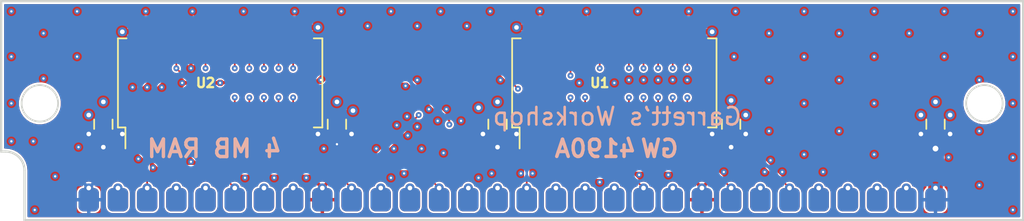
<source format=kicad_pcb>
(kicad_pcb (version 20171130) (host pcbnew "(5.1.5-0-10_14)")
  (layers (0 F.Cu signal) (1 In1.Cu power) (2 In2.Cu signal) (31 B.Cu power) (34 B.Paste user) (35 F.Paste user) (36 B.SilkS user) (37 F.SilkS user) (38 B.Mask user) (39 F.Mask user) (44 Edge.Cuts user))
  (net 0 "")
  (net 1 +5V)
  (net 2 /D0)
  (net 3 /D1)
  (net 4 /~WE~)
  (net 5 /~RAS~)
  (net 6 /~CAS~)
  (net 7 /D2)
  (net 8 /D3)
  (net 9 GND)
  (net 10 /D4)
  (net 11 /D5)
  (net 12 /D6)
  (net 13 /A11)
  (net 14 /D7)
  (net 15 /QP)
  (net 16 /~CASP~)
  (net 17 /DP)
  (net 18 /1A0)
  (net 19 /1A1)
  (net 20 /1A2)
  (net 21 /1A3)
  (net 22 /1A4)
  (net 23 /1A5)
  (net 24 /1A6)
  (net 25 /1A7)
  (net 26 /1A8)
  (net 27 /1A10)
  (net 28 /1A9)
  (module stdpads:SOP-24-26-300mil (layer F.Cu) (at 129.54 89.662 90)
    (fp_text reference U1 (at 0 -1.27 180) (layer F.SilkS) (effects (font (size 0.8128 0.8128) (thickness 0.2032))))
    (fp_text value AS4C4M4)
    (fp_line (start -3.875 -8.89) (end -3.875 -8.24) (layer F.SilkS) (width 0.1524))
    (fp_line (start 3.875 -8.89) (end 3.875 -8.145) (layer F.SilkS) (width 0.1524))
    (fp_line (start 3.875 8.89) (end 3.875 8.145) (layer F.SilkS) (width 0.1524))
    (fp_line (start -3.875 8.89) (end -3.875 8.145) (layer F.SilkS) (width 0.1524))
    (fp_line (start -3.875 -8.89) (end 3.875 -8.89) (layer F.SilkS) (width 0.1524))
    (fp_line (start -3.875 8.89) (end 3.875 8.89) (layer F.SilkS) (width 0.1524))
    (fp_line (start -3.875 -8.24) (end -5.7 -8.24) (layer F.SilkS) (width 0.1524))
    (pad 8 smd roundrect (at -3.7 1.27 90) (size 4 0.6) (layers F.Cu F.Mask) (net 27 /1A10))
    (pad 19 smd roundrect (at 3.7 1.27 90) (size 4 0.6) (layers F.Cu F.Mask) (net 26 /1A8))
    (pad 6 smd roundrect (at -3.7 -1.27 90) (size 4 0.6) (layers F.Cu F.Mask))
    (pad 21 smd roundrect (at 3.7 -1.27 90) (size 4 0.6) (layers F.Cu F.Mask) (net 28 /1A9))
    (pad 1 smd roundrect (at -3.7 -7.62 90) (size 4 0.6) (layers F.Cu F.Mask) (net 1 +5V))
    (pad 2 smd roundrect (at -3.7 -6.35 90) (size 4 0.6) (layers F.Cu F.Mask) (net 11 /D5))
    (pad 3 smd roundrect (at -3.7 -5.08 90) (size 4 0.6) (layers F.Cu F.Mask) (net 14 /D7))
    (pad 4 smd roundrect (at -3.7 -3.81 90) (size 4 0.6) (layers F.Cu F.Mask) (net 4 /~WE~))
    (pad 5 smd roundrect (at -3.7 -2.54 90) (size 4 0.6) (layers F.Cu F.Mask) (net 5 /~RAS~))
    (pad 9 smd roundrect (at -3.7 2.54 90) (size 4 0.6) (layers F.Cu F.Mask) (net 18 /1A0))
    (pad 10 smd roundrect (at -3.7 3.81 90) (size 4 0.6) (layers F.Cu F.Mask) (net 19 /1A1))
    (pad 11 smd roundrect (at -3.7 5.08 90) (size 4 0.6) (layers F.Cu F.Mask) (net 20 /1A2))
    (pad 12 smd roundrect (at -3.7 6.35 90) (size 4 0.6) (layers F.Cu F.Mask) (net 21 /1A3))
    (pad 13 smd roundrect (at -3.7 7.62 90) (size 4 0.6) (layers F.Cu F.Mask) (net 1 +5V))
    (pad 15 smd roundrect (at 3.7 6.35 90) (size 4 0.6) (layers F.Cu F.Mask) (net 22 /1A4))
    (pad 16 smd roundrect (at 3.7 5.08 90) (size 4 0.6) (layers F.Cu F.Mask) (net 23 /1A5))
    (pad 17 smd roundrect (at 3.7 3.81 90) (size 4 0.6) (layers F.Cu F.Mask) (net 24 /1A6))
    (pad 18 smd roundrect (at 3.7 2.54 90) (size 4 0.6) (layers F.Cu F.Mask) (net 25 /1A7))
    (pad 22 smd roundrect (at 3.7 -2.54 90) (size 4 0.6) (layers F.Cu F.Mask) (net 9 GND))
    (pad 23 smd roundrect (at 3.7 -3.81 90) (size 4 0.6) (layers F.Cu F.Mask) (net 6 /~CAS~))
    (pad 24 smd roundrect (at 3.7 -5.08 90) (size 4 0.6) (layers F.Cu F.Mask) (net 12 /D6))
    (pad 25 smd roundrect (at 3.7 -6.35 90) (size 4 0.6) (layers F.Cu F.Mask) (net 10 /D4))
    (pad 26 smd roundrect (at 3.7 -7.62 90) (size 4 0.6) (layers F.Cu F.Mask) (net 9 GND))
    (pad 14 smd roundrect (at 3.7 7.62 90) (size 4 0.6) (layers F.Cu F.Mask) (net 9 GND))
    (pad 1 smd roundrect (at -4.45 -7.62 90) (size 2.5 0.6) (layers F.Cu F.Paste F.Mask) (net 1 +5V))
    (pad 2 smd roundrect (at -4.45 -6.35 90) (size 2.5 0.6) (layers F.Cu F.Paste F.Mask) (net 11 /D5))
    (pad 3 smd roundrect (at -4.45 -5.08 90) (size 2.5 0.6) (layers F.Cu F.Paste F.Mask) (net 14 /D7))
    (pad 4 smd roundrect (at -4.45 -3.81 90) (size 2.5 0.6) (layers F.Cu F.Paste F.Mask) (net 4 /~WE~))
    (pad 5 smd roundrect (at -4.45 -2.54 90) (size 2.5 0.6) (layers F.Cu F.Paste F.Mask) (net 5 /~RAS~))
    (pad 6 smd roundrect (at -4.45 -1.27 90) (size 2.5 0.6) (layers F.Cu F.Paste F.Mask))
    (pad 8 smd roundrect (at -4.45 1.27 90) (size 2.5 0.6) (layers F.Cu F.Paste F.Mask) (net 27 /1A10))
    (pad 9 smd roundrect (at -4.45 2.54 90) (size 2.5 0.6) (layers F.Cu F.Paste F.Mask) (net 18 /1A0))
    (pad 10 smd roundrect (at -4.45 3.81 90) (size 2.5 0.6) (layers F.Cu F.Paste F.Mask) (net 19 /1A1))
    (pad 11 smd roundrect (at -4.45 5.08 90) (size 2.5 0.6) (layers F.Cu F.Paste F.Mask) (net 20 /1A2))
    (pad 12 smd roundrect (at -4.45 6.35 90) (size 2.5 0.6) (layers F.Cu F.Paste F.Mask) (net 21 /1A3))
    (pad 13 smd roundrect (at -4.45 7.62 90) (size 2.5 0.6) (layers F.Cu F.Paste F.Mask) (net 1 +5V))
    (pad 14 smd roundrect (at 4.45 7.62 90) (size 2.5 0.6) (layers F.Cu F.Paste F.Mask) (net 9 GND))
    (pad 15 smd roundrect (at 4.45 6.35 90) (size 2.5 0.6) (layers F.Cu F.Paste F.Mask) (net 22 /1A4))
    (pad 16 smd roundrect (at 4.45 5.08 90) (size 2.5 0.6) (layers F.Cu F.Paste F.Mask) (net 23 /1A5))
    (pad 17 smd roundrect (at 4.45 3.81 90) (size 2.5 0.6) (layers F.Cu F.Paste F.Mask) (net 24 /1A6))
    (pad 18 smd roundrect (at 4.45 2.54 90) (size 2.5 0.6) (layers F.Cu F.Paste F.Mask) (net 25 /1A7))
    (pad 19 smd roundrect (at 4.45 1.27 90) (size 2.5 0.6) (layers F.Cu F.Paste F.Mask) (net 26 /1A8))
    (pad 21 smd roundrect (at 4.45 -1.27 90) (size 2.5 0.6) (layers F.Cu F.Paste F.Mask) (net 28 /1A9))
    (pad 22 smd roundrect (at 4.45 -2.54 90) (size 2.5 0.6) (layers F.Cu F.Paste F.Mask) (net 9 GND))
    (pad 23 smd roundrect (at 4.45 -3.81 90) (size 2.5 0.6) (layers F.Cu F.Paste F.Mask) (net 6 /~CAS~))
    (pad 24 smd roundrect (at 4.45 -5.08 90) (size 2.5 0.6) (layers F.Cu F.Paste F.Mask) (net 12 /D6))
    (pad 25 smd roundrect (at 4.45 -6.35 90) (size 2.5 0.6) (layers F.Cu F.Paste F.Mask) (net 10 /D4))
    (pad 26 smd roundrect (at 4.45 -7.62 90) (size 2.5 0.6) (layers F.Cu F.Paste F.Mask) (net 9 GND))
  )
  (module stdpads:SOP-24-26-300mil (layer F.Cu) (at 95.25 89.662 90)
    (fp_text reference U2 (at 0 -1.27 180) (layer F.SilkS) (effects (font (size 0.8128 0.8128) (thickness 0.2032))))
    (fp_text value AS4C4M4)
    (fp_line (start -3.875 -8.89) (end -3.875 -8.24) (layer F.SilkS) (width 0.1524))
    (fp_line (start 3.875 -8.89) (end 3.875 -8.145) (layer F.SilkS) (width 0.1524))
    (fp_line (start 3.875 8.89) (end 3.875 8.145) (layer F.SilkS) (width 0.1524))
    (fp_line (start -3.875 8.89) (end -3.875 8.145) (layer F.SilkS) (width 0.1524))
    (fp_line (start -3.875 -8.89) (end 3.875 -8.89) (layer F.SilkS) (width 0.1524))
    (fp_line (start -3.875 8.89) (end 3.875 8.89) (layer F.SilkS) (width 0.1524))
    (fp_line (start -3.875 -8.24) (end -5.7 -8.24) (layer F.SilkS) (width 0.1524))
    (pad 8 smd roundrect (at -3.7 1.27 90) (size 4 0.6) (layers F.Cu F.Mask) (net 21 /1A3))
    (pad 19 smd roundrect (at 3.7 1.27 90) (size 4 0.6) (layers F.Cu F.Mask) (net 23 /1A5))
    (pad 6 smd roundrect (at -3.7 -1.27 90) (size 4 0.6) (layers F.Cu F.Mask))
    (pad 21 smd roundrect (at 3.7 -1.27 90) (size 4 0.6) (layers F.Cu F.Mask) (net 22 /1A4))
    (pad 1 smd roundrect (at -3.7 -7.62 90) (size 4 0.6) (layers F.Cu F.Mask) (net 1 +5V))
    (pad 2 smd roundrect (at -3.7 -6.35 90) (size 4 0.6) (layers F.Cu F.Mask) (net 3 /D1))
    (pad 3 smd roundrect (at -3.7 -5.08 90) (size 4 0.6) (layers F.Cu F.Mask) (net 8 /D3))
    (pad 4 smd roundrect (at -3.7 -3.81 90) (size 4 0.6) (layers F.Cu F.Mask) (net 4 /~WE~))
    (pad 5 smd roundrect (at -3.7 -2.54 90) (size 4 0.6) (layers F.Cu F.Mask) (net 5 /~RAS~))
    (pad 9 smd roundrect (at -3.7 2.54 90) (size 4 0.6) (layers F.Cu F.Mask) (net 20 /1A2))
    (pad 10 smd roundrect (at -3.7 3.81 90) (size 4 0.6) (layers F.Cu F.Mask) (net 19 /1A1))
    (pad 11 smd roundrect (at -3.7 5.08 90) (size 4 0.6) (layers F.Cu F.Mask) (net 18 /1A0))
    (pad 12 smd roundrect (at -3.7 6.35 90) (size 4 0.6) (layers F.Cu F.Mask) (net 27 /1A10))
    (pad 13 smd roundrect (at -3.7 7.62 90) (size 4 0.6) (layers F.Cu F.Mask) (net 1 +5V))
    (pad 15 smd roundrect (at 3.7 6.35 90) (size 4 0.6) (layers F.Cu F.Mask) (net 28 /1A9))
    (pad 16 smd roundrect (at 3.7 5.08 90) (size 4 0.6) (layers F.Cu F.Mask) (net 26 /1A8))
    (pad 17 smd roundrect (at 3.7 3.81 90) (size 4 0.6) (layers F.Cu F.Mask) (net 25 /1A7))
    (pad 18 smd roundrect (at 3.7 2.54 90) (size 4 0.6) (layers F.Cu F.Mask) (net 24 /1A6))
    (pad 22 smd roundrect (at 3.7 -2.54 90) (size 4 0.6) (layers F.Cu F.Mask) (net 9 GND))
    (pad 23 smd roundrect (at 3.7 -3.81 90) (size 4 0.6) (layers F.Cu F.Mask) (net 6 /~CAS~))
    (pad 24 smd roundrect (at 3.7 -5.08 90) (size 4 0.6) (layers F.Cu F.Mask) (net 7 /D2))
    (pad 25 smd roundrect (at 3.7 -6.35 90) (size 4 0.6) (layers F.Cu F.Mask) (net 2 /D0))
    (pad 26 smd roundrect (at 3.7 -7.62 90) (size 4 0.6) (layers F.Cu F.Mask) (net 9 GND))
    (pad 14 smd roundrect (at 3.7 7.62 90) (size 4 0.6) (layers F.Cu F.Mask) (net 9 GND))
    (pad 1 smd roundrect (at -4.45 -7.62 90) (size 2.5 0.6) (layers F.Cu F.Paste F.Mask) (net 1 +5V))
    (pad 2 smd roundrect (at -4.45 -6.35 90) (size 2.5 0.6) (layers F.Cu F.Paste F.Mask) (net 3 /D1))
    (pad 3 smd roundrect (at -4.45 -5.08 90) (size 2.5 0.6) (layers F.Cu F.Paste F.Mask) (net 8 /D3))
    (pad 4 smd roundrect (at -4.45 -3.81 90) (size 2.5 0.6) (layers F.Cu F.Paste F.Mask) (net 4 /~WE~))
    (pad 5 smd roundrect (at -4.45 -2.54 90) (size 2.5 0.6) (layers F.Cu F.Paste F.Mask) (net 5 /~RAS~))
    (pad 6 smd roundrect (at -4.45 -1.27 90) (size 2.5 0.6) (layers F.Cu F.Paste F.Mask))
    (pad 8 smd roundrect (at -4.45 1.27 90) (size 2.5 0.6) (layers F.Cu F.Paste F.Mask) (net 21 /1A3))
    (pad 9 smd roundrect (at -4.45 2.54 90) (size 2.5 0.6) (layers F.Cu F.Paste F.Mask) (net 20 /1A2))
    (pad 10 smd roundrect (at -4.45 3.81 90) (size 2.5 0.6) (layers F.Cu F.Paste F.Mask) (net 19 /1A1))
    (pad 11 smd roundrect (at -4.45 5.08 90) (size 2.5 0.6) (layers F.Cu F.Paste F.Mask) (net 18 /1A0))
    (pad 12 smd roundrect (at -4.45 6.35 90) (size 2.5 0.6) (layers F.Cu F.Paste F.Mask) (net 27 /1A10))
    (pad 13 smd roundrect (at -4.45 7.62 90) (size 2.5 0.6) (layers F.Cu F.Paste F.Mask) (net 1 +5V))
    (pad 14 smd roundrect (at 4.45 7.62 90) (size 2.5 0.6) (layers F.Cu F.Paste F.Mask) (net 9 GND))
    (pad 15 smd roundrect (at 4.45 6.35 90) (size 2.5 0.6) (layers F.Cu F.Paste F.Mask) (net 28 /1A9))
    (pad 16 smd roundrect (at 4.45 5.08 90) (size 2.5 0.6) (layers F.Cu F.Paste F.Mask) (net 26 /1A8))
    (pad 17 smd roundrect (at 4.45 3.81 90) (size 2.5 0.6) (layers F.Cu F.Paste F.Mask) (net 25 /1A7))
    (pad 18 smd roundrect (at 4.45 2.54 90) (size 2.5 0.6) (layers F.Cu F.Paste F.Mask) (net 24 /1A6))
    (pad 19 smd roundrect (at 4.45 1.27 90) (size 2.5 0.6) (layers F.Cu F.Paste F.Mask) (net 23 /1A5))
    (pad 21 smd roundrect (at 4.45 -1.27 90) (size 2.5 0.6) (layers F.Cu F.Paste F.Mask) (net 22 /1A4))
    (pad 22 smd roundrect (at 4.45 -2.54 90) (size 2.5 0.6) (layers F.Cu F.Paste F.Mask) (net 9 GND))
    (pad 23 smd roundrect (at 4.45 -3.81 90) (size 2.5 0.6) (layers F.Cu F.Paste F.Mask) (net 6 /~CAS~))
    (pad 24 smd roundrect (at 4.45 -5.08 90) (size 2.5 0.6) (layers F.Cu F.Paste F.Mask) (net 7 /D2))
    (pad 25 smd roundrect (at 4.45 -6.35 90) (size 2.5 0.6) (layers F.Cu F.Paste F.Mask) (net 2 /D0))
    (pad 26 smd roundrect (at 4.45 -7.62 90) (size 2.5 0.6) (layers F.Cu F.Paste F.Mask) (net 9 GND))
  )
  (module stdpads:C_0805 (layer F.Cu) (at 85.09 93.257 90)
    (fp_text reference C1 hide)
    (fp_text value 100n hide)
    (fp_line (start -0.4064 -0.8) (end 0.4064 -0.8) (layer F.SilkS) (width 0.1524))
    (fp_line (start -0.4064 0.8) (end 0.4064 0.8) (layer F.SilkS) (width 0.1524))
    (pad 1 smd roundrect (at -0.85 0 90) (size 1.05 1.4) (layers F.Cu F.Paste F.Mask) (net 1 +5V))
    (pad 2 smd roundrect (at 0.85 0 90) (size 1.05 1.4) (layers F.Cu F.Paste F.Mask) (net 9 GND))
  )
  (module stdpads:SIMM-30_Edge (layer F.Cu) (at 120.65 99.822)
    (fp_text reference J1 hide)
    (fp_text value Conn_01x30)
    (pad 30 thru_hole circle (at 36.83 -1.016) (size 0.8 0.8) (drill 0.4) (layers *.Cu *.Mask) (net 1 +5V))
    (pad 29 thru_hole circle (at 34.29 -1.016) (size 0.8 0.8) (drill 0.4) (layers *.Cu *.Mask) (net 17 /DP))
    (pad 19 thru_hole circle (at 8.89 -1.016) (size 0.8 0.8) (drill 0.4) (layers *.Cu *.Mask) (net 28 /1A9))
    (pad 25 thru_hole circle (at 24.13 -1.016) (size 0.8 0.8) (drill 0.4) (layers *.Cu *.Mask) (net 14 /D7))
    (pad 23 thru_hole circle (at 19.05 -1.016) (size 0.8 0.8) (drill 0.4) (layers *.Cu *.Mask) (net 12 /D6))
    (pad 24 thru_hole circle (at 21.59 -1.016) (size 0.8 0.8) (drill 0.4) (layers *.Cu *.Mask) (net 13 /A11))
    (pad 22 thru_hole circle (at 16.51 -1.016) (size 0.8 0.8) (drill 0.4) (layers *.Cu *.Mask) (net 9 GND))
    (pad 20 thru_hole circle (at 11.43 -1.016) (size 0.8 0.8) (drill 0.4) (layers *.Cu *.Mask) (net 11 /D5))
    (pad 21 thru_hole circle (at 13.97 -1.016) (size 0.8 0.8) (drill 0.4) (layers *.Cu *.Mask) (net 4 /~WE~))
    (pad 28 thru_hole circle (at 31.75 -1.016) (size 0.8 0.8) (drill 0.4) (layers *.Cu *.Mask) (net 16 /~CASP~))
    (pad 26 thru_hole circle (at 26.67 -1.016) (size 0.8 0.8) (drill 0.4) (layers *.Cu *.Mask) (net 15 /QP))
    (pad 27 thru_hole circle (at 29.21 -1.016) (size 0.8 0.8) (drill 0.4) (layers *.Cu *.Mask) (net 5 /~RAS~))
    (pad 18 thru_hole circle (at 6.35 -1.016) (size 0.8 0.8) (drill 0.4) (layers *.Cu *.Mask) (net 27 /1A10))
    (pad 16 thru_hole circle (at 1.27 -1.016) (size 0.8 0.8) (drill 0.4) (layers *.Cu *.Mask) (net 10 /D4))
    (pad 17 thru_hole circle (at 3.81 -1.016) (size 0.8 0.8) (drill 0.4) (layers *.Cu *.Mask) (net 26 /1A8))
    (pad 15 thru_hole circle (at -1.27 -1.016) (size 0.8 0.8) (drill 0.4) (layers *.Cu *.Mask) (net 18 /1A0))
    (pad 13 thru_hole circle (at -6.35 -1.016) (size 0.8 0.8) (drill 0.4) (layers *.Cu *.Mask) (net 8 /D3))
    (pad 14 thru_hole circle (at -3.81 -1.016) (size 0.8 0.8) (drill 0.4) (layers *.Cu *.Mask) (net 25 /1A7))
    (pad 12 thru_hole circle (at -8.89 -1.016) (size 0.8 0.8) (drill 0.4) (layers *.Cu *.Mask) (net 19 /1A1))
    (pad 10 thru_hole circle (at -13.97 -1.016) (size 0.8 0.8) (drill 0.4) (layers *.Cu *.Mask) (net 7 /D2))
    (pad 11 thru_hole circle (at -11.43 -1.016) (size 0.8 0.8) (drill 0.4) (layers *.Cu *.Mask) (net 24 /1A6))
    (pad 8 thru_hole circle (at -19.05 -1.016) (size 0.8 0.8) (drill 0.4) (layers *.Cu *.Mask) (net 20 /1A2))
    (pad 9 thru_hole circle (at -16.51 -1.016) (size 0.8 0.8) (drill 0.4) (layers *.Cu *.Mask) (net 9 GND))
    (pad 7 thru_hole circle (at -21.59 -1.016) (size 0.8 0.8) (drill 0.4) (layers *.Cu *.Mask) (net 23 /1A5))
    (pad 6 thru_hole circle (at -24.13 -1.016) (size 0.8 0.8) (drill 0.4) (layers *.Cu *.Mask) (net 3 /D1))
    (pad 4 thru_hole circle (at -29.21 -1.016) (size 0.8 0.8) (drill 0.4) (layers *.Cu *.Mask) (net 22 /1A4))
    (pad 5 thru_hole circle (at -26.67 -1.016) (size 0.8 0.8) (drill 0.4) (layers *.Cu *.Mask) (net 21 /1A3))
    (pad 1 thru_hole circle (at -36.83 -1.016) (size 0.8 0.8) (drill 0.4) (layers *.Cu *.Mask) (net 1 +5V))
    (pad 2 thru_hole circle (at -34.29 -1.016) (size 0.8 0.8) (drill 0.4) (layers *.Cu *.Mask) (net 6 /~CAS~))
    (pad 25 smd roundrect (at 24.13 0) (size 1.778 2.032) (layers F.Cu F.Mask) (net 14 /D7))
    (pad 15 smd roundrect (at -1.27 0) (size 1.778 2.032) (layers F.Cu F.Mask) (net 18 /1A0))
    (pad 30 smd roundrect (at 36.83 0) (size 1.778 2.032) (layers F.Cu F.Mask) (net 1 +5V))
    (pad 28 smd roundrect (at 31.75 0) (size 1.778 2.032) (layers F.Cu F.Mask) (net 16 /~CASP~))
    (pad 27 smd roundrect (at 29.21 0) (size 1.778 2.032) (layers F.Cu F.Mask) (net 5 /~RAS~))
    (pad 8 smd roundrect (at -19.05 0) (size 1.778 2.032) (layers F.Cu F.Mask) (net 20 /1A2))
    (pad 7 smd roundrect (at -21.59 0) (size 1.778 2.032) (layers F.Cu F.Mask) (net 23 /1A5))
    (pad 17 smd roundrect (at 3.81 0) (size 1.778 2.032) (layers F.Cu F.Mask) (net 26 /1A8))
    (pad 6 smd roundrect (at -24.13 0) (size 1.778 2.032) (layers F.Cu F.Mask) (net 3 /D1))
    (pad 22 smd roundrect (at 16.51 0) (size 1.778 2.032) (layers F.Cu F.Mask) (net 9 GND))
    (pad 10 smd roundrect (at -13.97 0) (size 1.778 2.032) (layers F.Cu F.Mask) (net 7 /D2))
    (pad 19 smd roundrect (at 8.89 0) (size 1.778 2.032) (layers F.Cu F.Mask) (net 28 /1A9))
    (pad 21 smd roundrect (at 13.97 0) (size 1.778 2.032) (layers F.Cu F.Mask) (net 4 /~WE~))
    (pad 18 smd roundrect (at 6.35 0) (size 1.778 2.032) (layers F.Cu F.Mask) (net 27 /1A10))
    (pad 9 smd roundrect (at -16.51 0) (size 1.778 2.032) (layers F.Cu F.Mask) (net 9 GND))
    (pad 23 smd roundrect (at 19.05 0) (size 1.778 2.032) (layers F.Cu F.Mask) (net 12 /D6))
    (pad 20 smd roundrect (at 11.43 0) (size 1.778 2.032) (layers F.Cu F.Mask) (net 11 /D5))
    (pad 16 smd roundrect (at 1.27 0) (size 1.778 2.032) (layers F.Cu F.Mask) (net 10 /D4))
    (pad 24 smd roundrect (at 21.59 0) (size 1.778 2.032) (layers F.Cu F.Mask) (net 13 /A11))
    (pad 3 smd roundrect (at -31.75 0) (size 1.778 2.032) (layers F.Cu F.Mask) (net 2 /D0))
    (pad 29 smd roundrect (at 34.29 0) (size 1.778 2.032) (layers F.Cu F.Mask) (net 17 /DP))
    (pad 4 smd roundrect (at -29.21 0) (size 1.778 2.032) (layers F.Cu F.Mask) (net 22 /1A4))
    (pad 14 smd roundrect (at -3.81 0) (size 1.778 2.032) (layers F.Cu F.Mask) (net 25 /1A7))
    (pad 13 smd roundrect (at -6.35 0) (size 1.778 2.032) (layers F.Cu F.Mask) (net 8 /D3))
    (pad 26 smd roundrect (at 26.67 0) (size 1.778 2.032) (layers F.Cu F.Mask) (net 15 /QP))
    (pad 12 smd roundrect (at -8.89 0) (size 1.778 2.032) (layers F.Cu F.Mask) (net 19 /1A1))
    (pad 5 smd roundrect (at -26.67 0) (size 1.778 2.032) (layers F.Cu F.Mask) (net 21 /1A3))
    (pad 11 smd roundrect (at -11.43 0) (size 1.778 2.032) (layers F.Cu F.Mask) (net 24 /1A6))
    (pad 3 thru_hole circle (at -31.75 -1.016) (size 0.8 0.8) (drill 0.4) (layers *.Cu *.Mask) (net 2 /D0))
    (pad 2 smd roundrect (at -34.29 0) (size 1.778 2.032) (layers F.Cu F.Mask) (net 6 /~CAS~))
    (pad 30 smd roundrect (at 36.83 0) (size 1.778 2.032) (layers B.Cu B.Mask) (net 1 +5V))
    (pad 29 smd roundrect (at 34.29 0) (size 1.778 2.032) (layers B.Cu B.Mask) (net 17 /DP))
    (pad 28 smd roundrect (at 31.75 0) (size 1.778 2.032) (layers B.Cu B.Mask) (net 16 /~CASP~))
    (pad 27 smd roundrect (at 29.21 0) (size 1.778 2.032) (layers B.Cu B.Mask) (net 5 /~RAS~))
    (pad 26 smd roundrect (at 26.67 0) (size 1.778 2.032) (layers B.Cu B.Mask) (net 15 /QP))
    (pad 25 smd roundrect (at 24.13 0) (size 1.778 2.032) (layers B.Cu B.Mask) (net 14 /D7))
    (pad 24 smd roundrect (at 21.59 0) (size 1.778 2.032) (layers B.Cu B.Mask) (net 13 /A11))
    (pad 23 smd roundrect (at 19.05 0) (size 1.778 2.032) (layers B.Cu B.Mask) (net 12 /D6))
    (pad 22 smd roundrect (at 16.51 0) (size 1.778 2.032) (layers B.Cu B.Mask) (net 9 GND))
    (pad 21 smd roundrect (at 13.97 0) (size 1.778 2.032) (layers B.Cu B.Mask) (net 4 /~WE~))
    (pad 20 smd roundrect (at 11.43 0) (size 1.778 2.032) (layers B.Cu B.Mask) (net 11 /D5))
    (pad 19 smd roundrect (at 8.89 0) (size 1.778 2.032) (layers B.Cu B.Mask) (net 28 /1A9))
    (pad 18 smd roundrect (at 6.35 0) (size 1.778 2.032) (layers B.Cu B.Mask) (net 27 /1A10))
    (pad 17 smd roundrect (at 3.81 0) (size 1.778 2.032) (layers B.Cu B.Mask) (net 26 /1A8))
    (pad 16 smd roundrect (at 1.27 0) (size 1.778 2.032) (layers B.Cu B.Mask) (net 10 /D4))
    (pad 15 smd roundrect (at -1.27 0) (size 1.778 2.032) (layers B.Cu B.Mask) (net 18 /1A0))
    (pad 14 smd roundrect (at -3.81 0) (size 1.778 2.032) (layers B.Cu B.Mask) (net 25 /1A7))
    (pad 13 smd roundrect (at -6.35 0) (size 1.778 2.032) (layers B.Cu B.Mask) (net 8 /D3))
    (pad 12 smd roundrect (at -8.89 0) (size 1.778 2.032) (layers B.Cu B.Mask) (net 19 /1A1))
    (pad 11 smd roundrect (at -11.43 0) (size 1.778 2.032) (layers B.Cu B.Mask) (net 24 /1A6))
    (pad 10 smd roundrect (at -13.97 0) (size 1.778 2.032) (layers B.Cu B.Mask) (net 7 /D2))
    (pad 9 smd roundrect (at -16.51 0) (size 1.778 2.032) (layers B.Cu B.Mask) (net 9 GND))
    (pad 8 smd roundrect (at -19.05 0) (size 1.778 2.032) (layers B.Cu B.Mask) (net 20 /1A2))
    (pad 7 smd roundrect (at -21.59 0) (size 1.778 2.032) (layers B.Cu B.Mask) (net 23 /1A5))
    (pad 6 smd roundrect (at -24.13 0) (size 1.778 2.032) (layers B.Cu B.Mask) (net 3 /D1))
    (pad 5 smd roundrect (at -26.67 0) (size 1.778 2.032) (layers B.Cu B.Mask) (net 21 /1A3))
    (pad 4 smd roundrect (at -29.21 0) (size 1.778 2.032) (layers B.Cu B.Mask) (net 22 /1A4))
    (pad 3 smd roundrect (at -31.75 0) (size 1.778 2.032) (layers B.Cu B.Mask) (net 2 /D0))
    (pad 2 smd roundrect (at -34.29 0) (size 1.778 2.032) (layers B.Cu B.Mask) (net 6 /~CAS~))
    (pad 1 smd roundrect (at -36.83 0) (size 1.778 2.032) (layers F.Cu F.Mask) (net 1 +5V))
    (pad 1 smd roundrect (at -36.83 0) (size 1.778 2.032) (layers B.Cu B.Mask) (net 1 +5V))
  )
  (module stdpads:C_0805 (layer F.Cu) (at 105.41 93.257 90)
    (fp_text reference C2 hide)
    (fp_text value 100n hide)
    (fp_line (start -0.4064 0.8) (end 0.4064 0.8) (layer F.SilkS) (width 0.1524))
    (fp_line (start -0.4064 -0.8) (end 0.4064 -0.8) (layer F.SilkS) (width 0.1524))
    (pad 2 smd roundrect (at 0.85 0 90) (size 1.05 1.4) (layers F.Cu F.Paste F.Mask) (net 9 GND))
    (pad 1 smd roundrect (at -0.85 0 90) (size 1.05 1.4) (layers F.Cu F.Paste F.Mask) (net 1 +5V))
  )
  (module stdpads:C_0805 (layer F.Cu) (at 119.38 93.257 90)
    (fp_text reference C3 hide)
    (fp_text value 100n hide)
    (fp_line (start -0.4064 -0.8) (end 0.4064 -0.8) (layer F.SilkS) (width 0.1524))
    (fp_line (start -0.4064 0.8) (end 0.4064 0.8) (layer F.SilkS) (width 0.1524))
    (pad 1 smd roundrect (at -0.85 0 90) (size 1.05 1.4) (layers F.Cu F.Paste F.Mask) (net 1 +5V))
    (pad 2 smd roundrect (at 0.85 0 90) (size 1.05 1.4) (layers F.Cu F.Paste F.Mask) (net 9 GND))
  )
  (module stdpads:C_0805 (layer F.Cu) (at 157.48 93.257 90)
    (fp_text reference C5 hide)
    (fp_text value 100n hide)
    (fp_line (start -0.4064 -0.8) (end 0.4064 -0.8) (layer F.SilkS) (width 0.1524))
    (fp_line (start -0.4064 0.8) (end 0.4064 0.8) (layer F.SilkS) (width 0.1524))
    (pad 1 smd roundrect (at -0.85 0 90) (size 1.05 1.4) (layers F.Cu F.Paste F.Mask) (net 1 +5V))
    (pad 2 smd roundrect (at 0.85 0 90) (size 1.05 1.4) (layers F.Cu F.Paste F.Mask) (net 9 GND))
  )
  (module stdpads:C_0805 (layer F.Cu) (at 139.7 93.257 90)
    (fp_text reference C4 hide)
    (fp_text value 100n hide)
    (fp_line (start -0.4064 -0.8) (end 0.4064 -0.8) (layer F.SilkS) (width 0.1524))
    (fp_line (start -0.4064 0.8) (end 0.4064 0.8) (layer F.SilkS) (width 0.1524))
    (pad 1 smd roundrect (at -0.85 0 90) (size 1.05 1.4) (layers F.Cu F.Paste F.Mask) (net 1 +5V))
    (pad 2 smd roundrect (at 0.85 0 90) (size 1.05 1.4) (layers F.Cu F.Paste F.Mask) (net 9 GND))
  )
  (gr_text 4190A (at 127.889 95.377) (layer B.SilkS) (effects (font (size 1.5 1.5) (thickness 0.3)) (justify mirror)))
  (gr_text GW (at 133.477 95.377) (layer B.SilkS) (effects (font (size 1.5 1.5) (thickness 0.3)) (justify mirror)))
  (gr_text "Garrett’s Workshop" (at 129.794 92.583) (layer B.SilkS) (effects (font (size 1.524 1.524) (thickness 0.225)) (justify mirror)))
  (gr_text "4 MB RAM" (at 94.742 95.377) (layer B.SilkS) (effects (font (size 1.524 1.524) (thickness 0.3)) (justify mirror)))
  (gr_line (start 76.581 95.631) (end 76.2 95.631) (layer Edge.Cuts) (width 0.2))
  (gr_line (start 78.232 101.6) (end 78.232 97.282) (layer Edge.Cuts) (width 0.2))
  (gr_circle (center 79.5655 91.44) (end 77.978 91.44) (layer Edge.Cuts) (width 0.15))
  (gr_circle (center 161.7345 91.44) (end 163.322 91.44) (layer Edge.Cuts) (width 0.15))
  (gr_line (start 76.2 95.631) (end 76.2 82.55) (layer Edge.Cuts) (width 0.2))
  (gr_arc (start 76.581 97.282) (end 78.232 97.282) (angle -90) (layer Edge.Cuts) (width 0.2))
  (gr_line (start 165.1 82.55) (end 165.1 101.6) (layer Edge.Cuts) (width 0.2))
  (gr_line (start 76.2 82.55) (end 165.1 82.55) (layer Edge.Cuts) (width 0.2))
  (gr_line (start 165.1 101.6) (end 78.232 101.6) (layer Edge.Cuts) (width 0.2))
  (via (at 86.741 94.107) (size 0.8) (drill 0.4) (layers F.Cu B.Cu) (net 1))
  (segment (start 87.625 94.107) (end 87.63 94.112) (width 0.508) (layer F.Cu) (net 1))
  (segment (start 86.741 94.107) (end 87.625 94.107) (width 0.508) (layer F.Cu) (net 1))
  (via (at 121.031 94.107) (size 0.8) (drill 0.4) (layers F.Cu B.Cu) (net 1))
  (via (at 138.049 94.107) (size 0.8) (drill 0.4) (layers F.Cu B.Cu) (net 1))
  (segment (start 102.875 94.107) (end 102.87 94.112) (width 0.508) (layer F.Cu) (net 1))
  (segment (start 121.915 94.107) (end 121.92 94.112) (width 0.508) (layer F.Cu) (net 1))
  (segment (start 121.031 94.107) (end 121.915 94.107) (width 0.508) (layer F.Cu) (net 1))
  (segment (start 137.165 94.107) (end 137.16 94.112) (width 0.508) (layer F.Cu) (net 1))
  (segment (start 138.049 94.107) (end 137.165 94.107) (width 0.508) (layer F.Cu) (net 1))
  (segment (start 85.09 94.107) (end 86.741 94.107) (width 0.762) (layer F.Cu) (net 1))
  (via (at 83.82 94.107) (size 0.8) (drill 0.4) (layers F.Cu B.Cu) (net 1))
  (segment (start 85.09 94.107) (end 83.82 94.107) (width 0.762) (layer F.Cu) (net 1))
  (via (at 85.09 95.25) (size 0.8) (drill 0.4) (layers F.Cu B.Cu) (net 1))
  (segment (start 85.09 94.107) (end 85.09 95.25) (width 0.762) (layer F.Cu) (net 1))
  (segment (start 103.759 94.107) (end 102.875 94.107) (width 0.508) (layer F.Cu) (net 1))
  (via (at 103.759 94.107) (size 0.8) (drill 0.4) (layers F.Cu B.Cu) (net 1))
  (via (at 106.68 94.107) (size 0.8) (drill 0.4) (layers F.Cu B.Cu) (net 1))
  (segment (start 105.41 94.107) (end 106.68 94.107) (width 0.762) (layer F.Cu) (net 1))
  (segment (start 105.41 94.107) (end 103.759 94.107) (width 0.762) (layer F.Cu) (net 1))
  (via (at 118.11 94.107) (size 0.8) (drill 0.4) (layers F.Cu B.Cu) (net 1))
  (segment (start 119.38 94.107) (end 118.11 94.107) (width 0.762) (layer F.Cu) (net 1))
  (segment (start 119.38 94.107) (end 121.031 94.107) (width 0.762) (layer F.Cu) (net 1))
  (via (at 119.38 95.25) (size 0.8) (drill 0.4) (layers F.Cu B.Cu) (net 1))
  (segment (start 119.38 94.107) (end 119.38 95.25) (width 0.762) (layer F.Cu) (net 1))
  (via (at 105.41 94.996) (size 0.508) (drill 0.2) (layers F.Cu B.Cu) (net 1))
  (segment (start 105.41 94.107) (end 105.41 94.996) (width 0.508) (layer F.Cu) (net 1))
  (segment (start 139.7 94.107) (end 138.049 94.107) (width 0.762) (layer F.Cu) (net 1))
  (via (at 139.7 95.25) (size 0.8) (drill 0.4) (layers F.Cu B.Cu) (net 1))
  (segment (start 139.7 94.107) (end 139.7 95.25) (width 0.762) (layer F.Cu) (net 1))
  (via (at 140.97 94.107) (size 0.8) (drill 0.4) (layers F.Cu B.Cu) (net 1))
  (segment (start 139.7 94.107) (end 140.97 94.107) (width 0.762) (layer F.Cu) (net 1))
  (segment (start 157.48 98.806) (end 157.48 95.377) (width 1.27) (layer F.Cu) (net 1))
  (segment (start 157.48 95.377) (end 157.48 94.107) (width 0.762) (layer F.Cu) (net 1))
  (via (at 156.21 94.107) (size 0.8) (drill 0.4) (layers F.Cu B.Cu) (net 1))
  (segment (start 157.48 94.107) (end 156.21 94.107) (width 0.8) (layer F.Cu) (net 1))
  (via (at 158.75 94.107) (size 0.8) (drill 0.4) (layers F.Cu B.Cu) (net 1))
  (segment (start 157.48 94.107) (end 158.75 94.107) (width 0.8) (layer F.Cu) (net 1))
  (via (at 157.48 95.377) (size 1) (drill 0.5) (layers F.Cu B.Cu) (net 1))
  (segment (start 88.9 89.281) (end 88.9 85.962) (width 0.1524) (layer F.Cu) (net 2))
  (segment (start 88.265 89.916) (end 88.9 89.281) (width 0.1524) (layer F.Cu) (net 2))
  (segment (start 88.9 98.806) (end 88.9 96.266) (width 0.1524) (layer F.Cu) (net 2))
  (segment (start 88.265 95.631) (end 88.265 89.916) (width 0.1524) (layer F.Cu) (net 2))
  (segment (start 88.9 96.266) (end 88.265 95.631) (width 0.1524) (layer F.Cu) (net 2))
  (segment (start 88.9 95.758) (end 88.9 94.112) (width 0.1524) (layer F.Cu) (net 3))
  (segment (start 95.504 97.79) (end 90.932 97.79) (width 0.1524) (layer F.Cu) (net 3))
  (segment (start 96.52 98.806) (end 95.504 97.79) (width 0.1524) (layer F.Cu) (net 3))
  (segment (start 90.932 97.79) (end 88.9 95.758) (width 0.1524) (layer F.Cu) (net 3))
  (segment (start 125.73 94.112) (end 125.73 90.932) (width 0.1524) (layer F.Cu) (net 4))
  (via (at 125.73 90.932) (size 0.508) (drill 0.2) (layers F.Cu B.Cu) (net 4))
  (via (at 115.189 93.2815) (size 0.508) (drill 0.2) (layers F.Cu B.Cu) (net 4))
  (segment (start 91.44 90.932) (end 91.44 94.112) (width 0.1524) (layer F.Cu) (net 4))
  (segment (start 92.329 90.043) (end 91.44 90.932) (width 0.1524) (layer F.Cu) (net 4))
  (segment (start 94.869 90.043) (end 92.329 90.043) (width 0.1524) (layer F.Cu) (net 4))
  (segment (start 95.504 90.17) (end 94.996 90.17) (width 0.1524) (layer F.Cu) (net 4))
  (segment (start 111.633 89.408) (end 104.775 89.408) (width 0.1524) (layer F.Cu) (net 4))
  (segment (start 104.2035 89.9795) (end 95.6945 89.9795) (width 0.1524) (layer F.Cu) (net 4))
  (segment (start 94.996 90.17) (end 94.869 90.043) (width 0.1524) (layer F.Cu) (net 4))
  (segment (start 95.6945 89.9795) (end 95.504 90.17) (width 0.1524) (layer F.Cu) (net 4))
  (segment (start 115.189 92.964) (end 111.633 89.408) (width 0.1524) (layer F.Cu) (net 4))
  (segment (start 115.189 93.2815) (end 115.189 92.964) (width 0.1524) (layer F.Cu) (net 4))
  (segment (start 104.775 89.408) (end 104.2035 89.9795) (width 0.1524) (layer F.Cu) (net 4))
  (via (at 127 90.932) (size 0.508) (drill 0.2) (layers F.Cu B.Cu) (net 5))
  (segment (start 127 94.112) (end 127 90.932) (width 0.1524) (layer F.Cu) (net 5))
  (via (at 112.522 92.456) (size 0.508) (drill 0.2) (layers F.Cu B.Cu) (net 5))
  (segment (start 92.71 95.758) (end 92.71 93.362) (width 0.1524) (layer F.Cu) (net 5))
  (segment (start 93.345 96.393) (end 92.71 95.758) (width 0.1524) (layer F.Cu) (net 5))
  (segment (start 108.585 96.393) (end 93.345 96.393) (width 0.1524) (layer F.Cu) (net 5))
  (segment (start 112.522 92.456) (end 108.585 96.393) (width 0.1524) (layer F.Cu) (net 5))
  (via (at 91.44 88.392) (size 0.508) (drill 0.2) (layers F.Cu B.Cu) (net 6))
  (segment (start 91.44 85.212) (end 91.44 88.392) (width 0.1524) (layer F.Cu) (net 6))
  (via (at 121.158 90.17) (size 0.508) (drill 0.2) (layers F.Cu B.Cu) (net 6))
  (segment (start 125.73 89.027) (end 125.73 85.212) (width 0.1524) (layer F.Cu) (net 6))
  (via (at 125.73 89.027) (size 0.508) (drill 0.2) (layers F.Cu B.Cu) (net 6))
  (segment (start 92.329 89.281) (end 91.44 88.392) (width 0.1524) (layer F.Cu) (net 6))
  (segment (start 94.869 89.281) (end 92.329 89.281) (width 0.1524) (layer F.Cu) (net 6))
  (segment (start 94.996 89.154) (end 94.869 89.281) (width 0.1524) (layer F.Cu) (net 6))
  (segment (start 95.504 89.154) (end 94.996 89.154) (width 0.1524) (layer F.Cu) (net 6))
  (segment (start 95.631 89.281) (end 95.504 89.154) (width 0.1524) (layer F.Cu) (net 6))
  (segment (start 103.378 89.281) (end 95.631 89.281) (width 0.1524) (layer F.Cu) (net 6))
  (segment (start 104.013 88.646) (end 103.378 89.281) (width 0.1524) (layer F.Cu) (net 6))
  (segment (start 119.634 88.646) (end 104.013 88.646) (width 0.1524) (layer F.Cu) (net 6))
  (segment (start 121.158 90.17) (end 119.634 88.646) (width 0.1524) (layer F.Cu) (net 6))
  (segment (start 105.283 97.409) (end 106.68 98.806) (width 0.1524) (layer F.Cu) (net 7))
  (segment (start 89.535 89.916) (end 89.535 95.758) (width 0.1524) (layer F.Cu) (net 7))
  (segment (start 91.186 97.409) (end 105.283 97.409) (width 0.1524) (layer F.Cu) (net 7))
  (segment (start 89.535 95.758) (end 91.186 97.409) (width 0.1524) (layer F.Cu) (net 7))
  (segment (start 90.17 89.281) (end 89.535 89.916) (width 0.1524) (layer F.Cu) (net 7))
  (segment (start 90.17 85.212) (end 90.17 89.281) (width 0.1524) (layer F.Cu) (net 7))
  (segment (start 112.522 97.028) (end 114.3 98.806) (width 0.1524) (layer F.Cu) (net 8))
  (segment (start 91.44 97.028) (end 112.522 97.028) (width 0.1524) (layer F.Cu) (net 8))
  (segment (start 90.17 94.112) (end 90.17 95.758) (width 0.1524) (layer F.Cu) (net 8))
  (segment (start 90.17 95.758) (end 91.44 97.028) (width 0.1524) (layer F.Cu) (net 8))
  (via (at 121.031 84.836) (size 0.8) (drill 0.4) (layers F.Cu B.Cu) (net 9))
  (via (at 138.049 85.217) (size 0.8) (drill 0.4) (layers F.Cu B.Cu) (net 9))
  (segment (start 138.044 85.212) (end 138.049 85.217) (width 0.508) (layer F.Cu) (net 9))
  (segment (start 137.16 85.212) (end 138.044 85.212) (width 0.508) (layer F.Cu) (net 9))
  (via (at 103.759 84.836) (size 0.8) (drill 0.4) (layers F.Cu B.Cu) (net 9))
  (via (at 86.741 85.217) (size 0.8) (drill 0.4) (layers F.Cu B.Cu) (net 9))
  (segment (start 86.746 85.212) (end 86.741 85.217) (width 0.508) (layer F.Cu) (net 9))
  (segment (start 87.63 85.212) (end 86.746 85.212) (width 0.508) (layer F.Cu) (net 9))
  (via (at 134.62 89.408) (size 0.508) (drill 0.2) (layers F.Cu B.Cu) (net 9))
  (via (at 133.35 89.408) (size 0.508) (drill 0.2) (layers F.Cu B.Cu) (net 9))
  (via (at 132.08 89.408) (size 0.508) (drill 0.2) (layers F.Cu B.Cu) (net 9))
  (via (at 135.89 89.408) (size 0.508) (drill 0.2) (layers F.Cu B.Cu) (net 9))
  (via (at 130.81 89.408) (size 0.508) (drill 0.2) (layers F.Cu B.Cu) (net 9))
  (via (at 108.839 95.377) (size 0.508) (drill 0.2) (layers F.Cu B.Cu) (net 9))
  (via (at 104.267 95.377) (size 0.508) (drill 0.2) (layers F.Cu B.Cu) (net 9))
  (via (at 129.54 89.662) (size 0.508) (drill 0.2) (layers F.Cu B.Cu) (net 9))
  (via (at 95.25 89.662) (size 0.508) (drill 0.2) (layers F.Cu B.Cu) (net 9))
  (via (at 112.395 89.408) (size 0.508) (drill 0.2) (layers F.Cu B.Cu) (net 9))
  (via (at 119.634 89.408) (size 0.508) (drill 0.2) (layers F.Cu B.Cu) (net 9))
  (segment (start 103.759 84.836) (end 102.997 84.836) (width 0.508) (layer F.Cu) (net 9))
  (segment (start 102.87 84.963) (end 102.87 85.962) (width 0.508) (layer F.Cu) (net 9))
  (segment (start 102.997 84.836) (end 102.87 84.963) (width 0.508) (layer F.Cu) (net 9))
  (segment (start 121.031 84.836) (end 121.84859 84.836) (width 0.508) (layer F.Cu) (net 9))
  (segment (start 121.92 84.90741) (end 121.92 85.962) (width 0.508) (layer F.Cu) (net 9))
  (segment (start 121.84859 84.836) (end 121.92 84.90741) (width 0.508) (layer F.Cu) (net 9))
  (via (at 92.71 96.52) (size 0.508) (drill 0.2) (layers F.Cu B.Cu) (net 9))
  (via (at 111.252 97.536) (size 0.508) (drill 0.2) (layers F.Cu B.Cu) (net 9))
  (via (at 117.729 97.917) (size 0.508) (drill 0.2) (layers F.Cu B.Cu) (net 9))
  (via (at 118.872 97.536) (size 0.508) (drill 0.2) (layers F.Cu B.Cu) (net 9))
  (via (at 139.065 97.409) (size 0.508) (drill 0.2) (layers F.Cu B.Cu) (net 9))
  (via (at 134.239 97.663) (size 0.508) (drill 0.2) (layers F.Cu B.Cu) (net 9))
  (via (at 89.408 97.028) (size 0.508) (drill 0.2) (layers F.Cu B.Cu) (net 9))
  (via (at 88.138 96.266) (size 0.508) (drill 0.2) (layers F.Cu B.Cu) (net 9))
  (via (at 142.621 97.409) (size 0.508) (drill 0.2) (layers F.Cu B.Cu) (net 9))
  (via (at 114.681 95.758) (size 0.508) (drill 0.2) (layers F.Cu B.Cu) (net 9))
  (via (at 144.145 97.409) (size 0.508) (drill 0.2) (layers F.Cu B.Cu) (net 9))
  (via (at 143.129 96.393) (size 0.508) (drill 0.2) (layers F.Cu B.Cu) (net 9))
  (via (at 112.395 84.709) (size 0.508) (drill 0.2) (layers F.Cu B.Cu) (net 9))
  (via (at 111.379 89.916) (size 0.508) (drill 0.2) (layers F.Cu B.Cu) (net 9))
  (via (at 108.077 84.709) (size 0.508) (drill 0.2) (layers F.Cu B.Cu) (net 9))
  (via (at 116.713 84.709) (size 0.508) (drill 0.2) (layers F.Cu B.Cu) (net 9))
  (via (at 88.9 90.043) (size 0.508) (drill 0.2) (layers F.Cu B.Cu) (net 9))
  (via (at 87.63 90.043) (size 0.508) (drill 0.2) (layers F.Cu B.Cu) (net 9))
  (via (at 90.17 90.043) (size 0.508) (drill 0.2) (layers F.Cu B.Cu) (net 9))
  (via (at 91.948 89.662) (size 0.508) (drill 0.2) (layers F.Cu B.Cu) (net 9))
  (via (at 126.492 89.662) (size 0.508) (drill 0.2) (layers F.Cu B.Cu) (net 9))
  (via (at 92.71 88.392) (size 0.508) (drill 0.2) (layers F.Cu B.Cu) (net 9))
  (segment (start 92.71 85.962) (end 92.71 88.392) (width 0.1524) (layer F.Cu) (net 9))
  (via (at 121.412 97.536) (size 0.508) (drill 0.2) (layers F.Cu B.Cu) (net 9))
  (via (at 122.428 97.536) (size 0.508) (drill 0.2) (layers F.Cu B.Cu) (net 9))
  (via (at 97.282 83.439) (size 0.508) (drill 0.2) (layers F.Cu B.Cu) (net 9))
  (via (at 131.572 83.439) (size 0.508) (drill 0.2) (layers F.Cu B.Cu) (net 9))
  (via (at 77.089 83.439) (size 0.508) (drill 0.2) (layers F.Cu B.Cu) (net 9))
  (via (at 164.211 83.439) (size 0.508) (drill 0.2) (layers F.Cu B.Cu) (net 9))
  (via (at 164.211 100.711) (size 0.508) (drill 0.2) (layers F.Cu B.Cu) (net 9))
  (via (at 79.121 100.711) (size 0.508) (drill 0.2) (layers F.Cu B.Cu) (net 9))
  (via (at 77.089 94.742) (size 0.508) (drill 0.2) (layers F.Cu B.Cu) (net 9))
  (via (at 164.211 91.44) (size 0.508) (drill 0.2) (layers F.Cu B.Cu) (net 9))
  (via (at 77.089 91.44) (size 0.508) (drill 0.2) (layers F.Cu B.Cu) (net 9))
  (via (at 77.089 87.376) (size 0.508) (drill 0.2) (layers F.Cu B.Cu) (net 9))
  (via (at 164.211 87.376) (size 0.508) (drill 0.2) (layers F.Cu B.Cu) (net 9))
  (via (at 140.081 83.439) (size 0.508) (drill 0.2) (layers F.Cu B.Cu) (net 9))
  (via (at 88.773 83.439) (size 0.508) (drill 0.2) (layers F.Cu B.Cu) (net 9))
  (via (at 105.791 83.439) (size 0.508) (drill 0.2) (layers F.Cu B.Cu) (net 9))
  (via (at 123.063 83.439) (size 0.508) (drill 0.2) (layers F.Cu B.Cu) (net 9))
  (via (at 114.427 83.439) (size 0.508) (drill 0.2) (layers F.Cu B.Cu) (net 9))
  (via (at 118.745 83.439) (size 0.508) (drill 0.2) (layers F.Cu B.Cu) (net 9))
  (via (at 110.109 83.439) (size 0.508) (drill 0.2) (layers F.Cu B.Cu) (net 9))
  (via (at 127.127 83.439) (size 0.508) (drill 0.2) (layers F.Cu B.Cu) (net 9))
  (via (at 136.017 83.439) (size 0.508) (drill 0.2) (layers F.Cu B.Cu) (net 9))
  (via (at 101.727 83.439) (size 0.508) (drill 0.2) (layers F.Cu B.Cu) (net 9))
  (via (at 92.837 83.439) (size 0.508) (drill 0.2) (layers F.Cu B.Cu) (net 9))
  (via (at 82.804 83.439) (size 0.508) (drill 0.2) (layers F.Cu B.Cu) (net 9))
  (via (at 152.146 83.439) (size 0.508) (drill 0.2) (layers F.Cu B.Cu) (net 9))
  (via (at 158.242 83.439) (size 0.508) (drill 0.2) (layers F.Cu B.Cu) (net 9))
  (via (at 146.05 83.439) (size 0.508) (drill 0.2) (layers F.Cu B.Cu) (net 9))
  (via (at 164.211 96.139) (size 0.508) (drill 0.2) (layers F.Cu B.Cu) (net 9))
  (via (at 82.804 87.376) (size 0.508) (drill 0.2) (layers F.Cu B.Cu) (net 9))
  (via (at 158.242 87.376) (size 0.508) (drill 0.2) (layers F.Cu B.Cu) (net 9))
  (via (at 152.146 87.376) (size 0.508) (drill 0.2) (layers F.Cu B.Cu) (net 9))
  (via (at 146.05 87.376) (size 0.508) (drill 0.2) (layers F.Cu B.Cu) (net 9))
  (via (at 146.05 91.44) (size 0.508) (drill 0.2) (layers F.Cu B.Cu) (net 9))
  (via (at 152.146 91.44) (size 0.508) (drill 0.2) (layers F.Cu B.Cu) (net 9))
  (via (at 152.146 95.885) (size 0.508) (drill 0.2) (layers F.Cu B.Cu) (net 9))
  (via (at 79.883 85.344) (size 0.508) (drill 0.2) (layers F.Cu B.Cu) (net 9))
  (via (at 161.29 85.344) (size 0.508) (drill 0.2) (layers F.Cu B.Cu) (net 9))
  (via (at 155.194 85.344) (size 0.508) (drill 0.2) (layers F.Cu B.Cu) (net 9))
  (via (at 149.098 85.344) (size 0.508) (drill 0.2) (layers F.Cu B.Cu) (net 9))
  (via (at 143.002 85.344) (size 0.508) (drill 0.2) (layers F.Cu B.Cu) (net 9))
  (via (at 149.098 89.408) (size 0.508) (drill 0.2) (layers F.Cu B.Cu) (net 9))
  (via (at 161.29 89.408) (size 0.508) (drill 0.2) (layers F.Cu B.Cu) (net 9))
  (via (at 149.098 93.853) (size 0.508) (drill 0.2) (layers F.Cu B.Cu) (net 9))
  (via (at 161.29 93.853) (size 0.508) (drill 0.2) (layers F.Cu B.Cu) (net 9))
  (via (at 161.29 98.552) (size 0.508) (drill 0.2) (layers F.Cu B.Cu) (net 9))
  (via (at 78.994 94.742) (size 0.508) (drill 0.2) (layers F.Cu B.Cu) (net 9))
  (via (at 80.899 97.79) (size 0.508) (drill 0.2) (layers F.Cu B.Cu) (net 9))
  (via (at 79.883 89.281) (size 0.508) (drill 0.2) (layers F.Cu B.Cu) (net 9))
  (via (at 139.954 87.376) (size 0.508) (drill 0.2) (layers F.Cu B.Cu) (net 9))
  (via (at 143.002 89.408) (size 0.508) (drill 0.2) (layers F.Cu B.Cu) (net 9))
  (via (at 143.002 93.853) (size 0.508) (drill 0.2) (layers F.Cu B.Cu) (net 9))
  (via (at 146.05 95.885) (size 0.508) (drill 0.2) (layers F.Cu B.Cu) (net 9))
  (via (at 131.699 97.663) (size 0.508) (drill 0.2) (layers F.Cu B.Cu) (net 9))
  (via (at 110.109 97.917) (size 0.508) (drill 0.2) (layers F.Cu B.Cu) (net 9))
  (via (at 102.743 97.917) (size 0.508) (drill 0.2) (layers F.Cu B.Cu) (net 9))
  (via (at 99.949 97.917) (size 0.508) (drill 0.2) (layers F.Cu B.Cu) (net 9))
  (via (at 97.409 97.917) (size 0.508) (drill 0.2) (layers F.Cu B.Cu) (net 9))
  (via (at 128.27 98.298) (size 0.508) (drill 0.2) (layers F.Cu B.Cu) (net 9))
  (via (at 147.701 97.409) (size 0.508) (drill 0.2) (layers F.Cu B.Cu) (net 9))
  (via (at 158.623 96.139) (size 0.508) (drill 0.2) (layers F.Cu B.Cu) (net 9))
  (via (at 113.411 91.948) (size 0.508) (drill 0.2) (layers F.Cu B.Cu) (net 9))
  (via (at 116.205 92.964) (size 0.508) (drill 0.2) (layers F.Cu B.Cu) (net 9))
  (via (at 114.935 91.948) (size 0.508) (drill 0.2) (layers F.Cu B.Cu) (net 9))
  (via (at 114.173 92.964) (size 0.508) (drill 0.2) (layers F.Cu B.Cu) (net 9))
  (via (at 112.395 93.472) (size 0.508) (drill 0.2) (layers F.Cu B.Cu) (net 9))
  (via (at 112.776 95.377) (size 0.508) (drill 0.2) (layers F.Cu B.Cu) (net 9))
  (via (at 110.363 95.377) (size 0.508) (drill 0.2) (layers F.Cu B.Cu) (net 9))
  (via (at 111.506 92.583) (size 0.508) (drill 0.2) (layers F.Cu B.Cu) (net 9))
  (via (at 110.617 93.345) (size 0.508) (drill 0.2) (layers F.Cu B.Cu) (net 9))
  (via (at 111.5695 94.234) (size 0.508) (drill 0.2) (layers F.Cu B.Cu) (net 9))
  (via (at 82.931 95.25) (size 0.508) (drill 0.2) (layers F.Cu B.Cu) (net 9))
  (via (at 83.82 92.456) (size 0.8) (drill 0.4) (layers F.Cu B.Cu) (net 9))
  (segment (start 83.869 92.407) (end 83.82 92.456) (width 0.762) (layer F.Cu) (net 9))
  (segment (start 85.09 92.407) (end 83.869 92.407) (width 0.762) (layer F.Cu) (net 9))
  (via (at 85.09 91.313) (size 0.8) (drill 0.4) (layers F.Cu B.Cu) (net 9))
  (segment (start 85.09 92.407) (end 85.09 91.313) (width 0.762) (layer F.Cu) (net 9))
  (via (at 104.013 89.408) (size 0.508) (drill 0.2) (layers F.Cu B.Cu) (net 9))
  (via (at 105.41 91.313) (size 0.8) (drill 0.4) (layers F.Cu B.Cu) (net 9))
  (segment (start 105.41 92.407) (end 105.41 91.313) (width 0.762) (layer F.Cu) (net 9))
  (via (at 119.38 91.313) (size 0.8) (drill 0.4) (layers F.Cu B.Cu) (net 9))
  (segment (start 119.38 92.407) (end 119.38 91.313) (width 0.762) (layer F.Cu) (net 9))
  (via (at 117.729 91.821) (size 0.8) (drill 0.4) (layers F.Cu B.Cu) (net 9))
  (segment (start 118.315 92.407) (end 117.729 91.821) (width 0.762) (layer F.Cu) (net 9))
  (segment (start 119.38 92.407) (end 118.315 92.407) (width 0.762) (layer F.Cu) (net 9))
  (via (at 106.807 92.075) (size 0.8) (drill 0.4) (layers F.Cu B.Cu) (net 9))
  (segment (start 106.475 92.407) (end 106.807 92.075) (width 0.762) (layer F.Cu) (net 9))
  (segment (start 105.41 92.407) (end 106.475 92.407) (width 0.762) (layer F.Cu) (net 9))
  (via (at 139.7 91.186) (size 0.8) (drill 0.4) (layers F.Cu B.Cu) (net 9))
  (segment (start 139.7 92.407) (end 139.7 91.186) (width 0.762) (layer F.Cu) (net 9))
  (segment (start 140.921 92.407) (end 140.97 92.456) (width 0.762) (layer F.Cu) (net 9))
  (via (at 140.97 92.456) (size 0.8) (drill 0.4) (layers F.Cu B.Cu) (net 9))
  (segment (start 139.7 92.407) (end 140.921 92.407) (width 0.762) (layer F.Cu) (net 9))
  (via (at 156.21 92.456) (size 0.8) (drill 0.4) (layers F.Cu B.Cu) (net 9))
  (segment (start 156.259 92.407) (end 156.21 92.456) (width 0.8) (layer F.Cu) (net 9))
  (segment (start 157.48 92.407) (end 156.259 92.407) (width 0.8) (layer F.Cu) (net 9))
  (via (at 158.75 92.456) (size 0.8) (drill 0.4) (layers F.Cu B.Cu) (net 9))
  (segment (start 158.701 92.407) (end 158.75 92.456) (width 0.8) (layer F.Cu) (net 9))
  (segment (start 157.48 92.407) (end 158.701 92.407) (width 0.8) (layer F.Cu) (net 9))
  (via (at 157.48 91.313) (size 0.8) (drill 0.4) (layers F.Cu B.Cu) (net 9))
  (segment (start 157.48 92.407) (end 157.48 91.313) (width 0.8) (layer F.Cu) (net 9))
  (segment (start 122.555 95.758) (end 121.92 96.393) (width 0.1524) (layer F.Cu) (net 10))
  (segment (start 121.92 96.393) (end 121.92 98.806) (width 0.1524) (layer F.Cu) (net 10))
  (segment (start 122.555 89.662) (end 122.555 95.758) (width 0.1524) (layer F.Cu) (net 10))
  (segment (start 123.19 89.027) (end 122.555 89.662) (width 0.1524) (layer F.Cu) (net 10))
  (segment (start 123.19 85.962) (end 123.19 89.027) (width 0.1524) (layer F.Cu) (net 10))
  (segment (start 131.064 97.79) (end 132.08 98.806) (width 0.1524) (layer F.Cu) (net 11))
  (segment (start 123.19 96.266) (end 124.714 97.79) (width 0.1524) (layer F.Cu) (net 11))
  (segment (start 124.714 97.79) (end 131.064 97.79) (width 0.1524) (layer F.Cu) (net 11))
  (segment (start 123.19 93.362) (end 123.19 96.266) (width 0.1524) (layer F.Cu) (net 11))
  (segment (start 138.049 97.155) (end 139.7 98.806) (width 0.1524) (layer F.Cu) (net 12))
  (segment (start 124.968 97.155) (end 138.049 97.155) (width 0.1524) (layer F.Cu) (net 12))
  (segment (start 123.825 96.012) (end 124.968 97.155) (width 0.1524) (layer F.Cu) (net 12))
  (segment (start 124.46 85.212) (end 124.46 89.027) (width 0.1524) (layer F.Cu) (net 12))
  (segment (start 124.46 89.027) (end 123.825 89.662) (width 0.1524) (layer F.Cu) (net 12))
  (segment (start 123.825 89.662) (end 123.825 96.012) (width 0.1524) (layer F.Cu) (net 12))
  (segment (start 142.494 96.52) (end 144.78 98.806) (width 0.1524) (layer F.Cu) (net 14))
  (segment (start 124.46 95.758) (end 125.222 96.52) (width 0.1524) (layer F.Cu) (net 14))
  (segment (start 125.222 96.52) (end 142.494 96.52) (width 0.1524) (layer F.Cu) (net 14))
  (segment (start 124.46 93.362) (end 124.46 95.758) (width 0.1524) (layer F.Cu) (net 14))
  (via (at 132.08 90.932) (size 0.508) (drill 0.2) (layers F.Cu B.Cu) (net 18))
  (segment (start 132.08 93.362) (end 132.08 90.932) (width 0.1524) (layer F.Cu) (net 18))
  (via (at 100.33 90.932) (size 0.508) (drill 0.2) (layers F.Cu B.Cu) (net 18))
  (segment (start 100.33 94.112) (end 100.33 90.932) (width 0.1524) (layer F.Cu) (net 18))
  (via (at 133.35 90.932) (size 0.508) (drill 0.2) (layers F.Cu B.Cu) (net 19))
  (segment (start 133.35 94.112) (end 133.35 90.932) (width 0.1524) (layer F.Cu) (net 19))
  (via (at 99.06 90.932) (size 0.508) (drill 0.2) (layers F.Cu B.Cu) (net 19))
  (segment (start 99.06 90.932) (end 99.06 93.362) (width 0.1524) (layer F.Cu) (net 19))
  (via (at 134.62 90.932) (size 0.508) (drill 0.2) (layers F.Cu B.Cu) (net 20))
  (segment (start 134.62 94.112) (end 134.62 90.932) (width 0.1524) (layer F.Cu) (net 20))
  (via (at 97.79 90.932) (size 0.508) (drill 0.2) (layers F.Cu B.Cu) (net 20))
  (segment (start 97.79 90.932) (end 97.79 93.362) (width 0.1524) (layer F.Cu) (net 20))
  (via (at 135.89 90.932) (size 0.508) (drill 0.2) (layers F.Cu B.Cu) (net 21))
  (segment (start 135.89 94.112) (end 135.89 90.932) (width 0.1524) (layer F.Cu) (net 21))
  (via (at 96.52 90.932) (size 0.508) (drill 0.2) (layers F.Cu B.Cu) (net 21))
  (segment (start 96.52 90.932) (end 96.52 93.362) (width 0.1524) (layer F.Cu) (net 21))
  (via (at 93.98 88.392) (size 0.508) (drill 0.2) (layers F.Cu B.Cu) (net 22))
  (segment (start 93.98 85.212) (end 93.98 88.392) (width 0.1524) (layer F.Cu) (net 22))
  (via (at 135.89 88.392) (size 0.508) (drill 0.2) (layers F.Cu B.Cu) (net 22))
  (segment (start 135.89 85.212) (end 135.89 88.392) (width 0.1524) (layer F.Cu) (net 22))
  (via (at 134.62 88.392) (size 0.508) (drill 0.2) (layers F.Cu B.Cu) (net 23))
  (segment (start 134.62 85.962) (end 134.62 88.392) (width 0.1524) (layer F.Cu) (net 23))
  (via (at 96.52 88.392) (size 0.508) (drill 0.2) (layers F.Cu B.Cu) (net 23))
  (segment (start 96.52 88.392) (end 96.52 85.962) (width 0.1524) (layer F.Cu) (net 23))
  (via (at 97.79 88.392) (size 0.508) (drill 0.2) (layers F.Cu B.Cu) (net 24))
  (via (at 133.35 88.392) (size 0.508) (drill 0.2) (layers F.Cu B.Cu) (net 24))
  (segment (start 133.35 85.212) (end 133.35 88.392) (width 0.1524) (layer F.Cu) (net 24))
  (segment (start 97.79 88.392) (end 97.79 85.962) (width 0.1524) (layer F.Cu) (net 24))
  (via (at 99.06 88.392) (size 0.508) (drill 0.2) (layers F.Cu B.Cu) (net 25))
  (via (at 132.08 88.392) (size 0.508) (drill 0.2) (layers F.Cu B.Cu) (net 25))
  (segment (start 132.08 85.212) (end 132.08 88.392) (width 0.1524) (layer F.Cu) (net 25))
  (segment (start 99.06 88.392) (end 99.06 85.962) (width 0.1524) (layer F.Cu) (net 25))
  (via (at 100.33 88.392) (size 0.508) (drill 0.2) (layers F.Cu B.Cu) (net 26))
  (segment (start 100.33 85.212) (end 100.33 88.392) (width 0.1524) (layer F.Cu) (net 26))
  (via (at 130.81 88.392) (size 0.508) (drill 0.2) (layers F.Cu B.Cu) (net 26))
  (segment (start 130.81 85.212) (end 130.81 88.392) (width 0.1524) (layer F.Cu) (net 26))
  (via (at 130.81 90.932) (size 0.508) (drill 0.2) (layers F.Cu B.Cu) (net 27))
  (segment (start 130.81 94.112) (end 130.81 90.932) (width 0.1524) (layer F.Cu) (net 27))
  (via (at 101.6 90.932) (size 0.508) (drill 0.2) (layers F.Cu B.Cu) (net 27))
  (segment (start 101.6 94.112) (end 101.6 90.932) (width 0.1524) (layer F.Cu) (net 27))
  (via (at 101.6 88.392) (size 0.508) (drill 0.2) (layers F.Cu B.Cu) (net 28))
  (segment (start 101.6 85.212) (end 101.6 88.392) (width 0.1524) (layer F.Cu) (net 28))
  (via (at 128.27 88.392) (size 0.508) (drill 0.2) (layers F.Cu B.Cu) (net 28))
  (segment (start 128.27 85.212) (end 128.27 88.392) (width 0.1524) (layer F.Cu) (net 28))
  (zone (net 9) (net_name GND) (layer F.Cu) (connect_pads (clearance 0.1524)) (min_thickness 0.1524) (fill yes (arc_segments 16) (thermal_gap 0.1524) (thermal_bridge_width 0.3))
    (polygon (pts (xy 76.2 82.55) (xy 165.1 82.55) (xy 165.1 101.6) (xy 76.2 101.6)))
  )
  (zone (net 1) (net_name +5V) (layer B.Cu) (connect_pads (clearance 0.1524)) (min_thickness 0.1524) (fill yes (arc_segments 16) (thermal_gap 0.1524) (thermal_bridge_width 0.3))
    (polygon (pts (xy 76.2 82.55) (xy 165.1 82.55) (xy 165.1 101.6) (xy 76.2 101.6)))
  )
)
</source>
